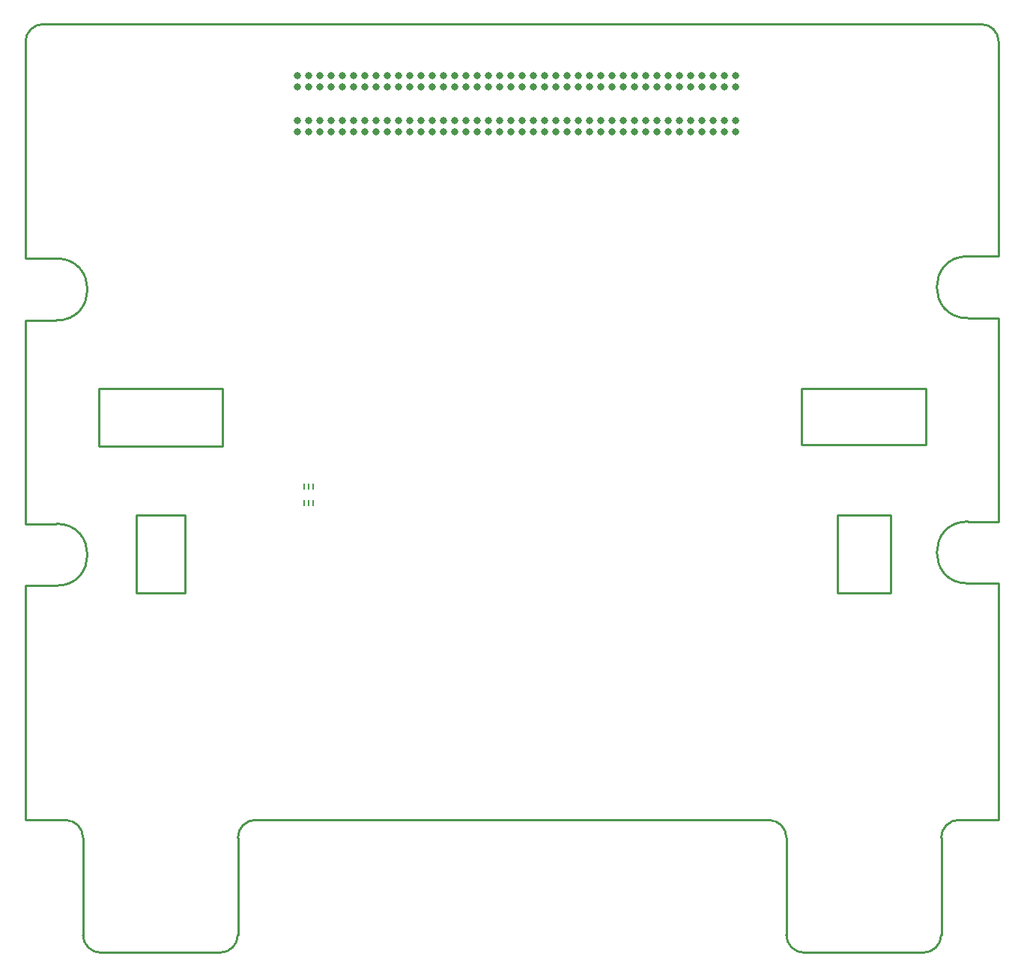
<source format=gbp>
*
*
G04 PADS 9.5 Build Number: 522968 generated Gerber (RS-274-X) file*
G04 PC Version=2.1*
*
%IN "fakeSCROD.pcb"*%
*
%MOIN*%
*
%FSLAX35Y35*%
*
*
*
*
G04 PC Standard Apertures*
*
*
G04 Thermal Relief Aperture macro.*
%AMTER*
1,1,$1,0,0*
1,0,$1-$2,0,0*
21,0,$3,$4,0,0,45*
21,0,$3,$4,0,0,135*
%
*
*
G04 Annular Aperture macro.*
%AMANN*
1,1,$1,0,0*
1,0,$2,0,0*
%
*
*
G04 Odd Aperture macro.*
%AMODD*
1,1,$1,0,0*
1,0,$1-0.005,0,0*
%
*
*
G04 PC Custom Aperture Macros*
*
*
*
*
*
*
G04 PC Aperture Table*
*
%ADD010C,0.001*%
%ADD013C,0.01*%
%ADD265R,0.00984X0.02953*%
%ADD288C,0.032*%
*
*
*
*
G04 PC Circuitry*
G04 Layer Name fakeSCROD.pcb - circuitry*
%LPD*%
*
*
G04 PC Custom Flashes*
G04 Layer Name fakeSCROD.pcb - flashes*
%LPD*%
*
*
G04 PC Circuitry*
G04 Layer Name fakeSCROD.pcb - circuitry*
%LPD*%
*
G54D10*
G54D13*
G01X100000Y100000D02*
X117717D01*
X125591Y92126D02*
G75*
G03X117717Y100000I-7874J-0D01*
G01X125591Y92126D02*
Y48819D01*
G03X133465Y40945I7874J-0*
G01X186614*
G03X194488Y48819I0J7874*
G01Y92126*
X202362Y100000D02*
G03X194488Y92126I0J-7874D01*
G01X202362Y100000D02*
X430709D01*
X438583Y92126D02*
G03X430709Y100000I-7874J-0D01*
G01X438583Y92126D02*
Y48819D01*
G03X446457Y40945I7874J-0*
G01X499606*
G03X507480Y48819I0J7874*
G01Y92126*
X515354Y100000D02*
G03X507480Y92126I0J-7874D01*
G01X515354Y100000D02*
X533071D01*
Y205315*
X519291*
Y232874D02*
G03Y205315I0J-13780D01*
G01Y232874D02*
X533071D01*
Y323425*
X519291*
Y350984D02*
G03Y323425I0J-13779D01*
G01Y350984D02*
X533071D01*
Y446457*
G03X525197Y454331I-7874J-0*
G01X107874*
G03X100000Y446457I0J-7874*
G01Y350000*
X113780*
Y322441D02*
G03Y350000I-0J13779D01*
G01Y322441D02*
X100000D01*
Y231890*
X113780*
Y204331D02*
G03Y231890I-0J13779D01*
G01Y204331D02*
X100000D01*
Y100000*
X149213Y235827D02*
X170866D01*
Y201181*
X149213*
Y235827*
X461220D02*
X484843D01*
Y201181*
X461220*
Y235827*
X132480Y291929D02*
X187598D01*
Y266339*
X132480*
Y291929*
X445472Y266929D02*
X500591D01*
Y291929*
X445472*
Y266929*
G54D265*
X224016Y248327D03*
X225984D03*
X227953D03*
Y241043D03*
X225984D03*
X224016D03*
G54D288*
X416004Y431398D03*
X411004D03*
X406004D03*
X401004D03*
X396004D03*
X391004D03*
X386004D03*
X381004D03*
X376004D03*
X371004D03*
X366004D03*
X361004D03*
X356004D03*
X351004D03*
X346004D03*
X341004D03*
X336004D03*
X331004D03*
X326004D03*
X321004D03*
X316004D03*
X311004D03*
X306004D03*
X301004D03*
X296004D03*
X291004D03*
X286004D03*
X281004D03*
X276004D03*
X271004D03*
X266004D03*
X261004D03*
X256004D03*
X251004D03*
X246004D03*
X241004D03*
X236004D03*
X231004D03*
X226004D03*
X221004D03*
X416004Y426398D03*
X411004D03*
X406004D03*
X401004D03*
X396004D03*
X391004D03*
X386004D03*
X381004D03*
X376004D03*
X371004D03*
X366004D03*
X361004D03*
X356004D03*
X351004D03*
X346004D03*
X341004D03*
X336004D03*
X331004D03*
X326004D03*
X321004D03*
X316004D03*
X311004D03*
X306004D03*
X301004D03*
X296004D03*
X291004D03*
X286004D03*
X281004D03*
X276004D03*
X271004D03*
X266004D03*
X261004D03*
X256004D03*
X251004D03*
X246004D03*
X241004D03*
X236004D03*
X231004D03*
X226004D03*
X221004D03*
X416004Y411398D03*
X411004D03*
X406004D03*
X401004D03*
X396004D03*
X391004D03*
X386004D03*
X381004D03*
X376004D03*
X371004D03*
X366004D03*
X361004D03*
X356004D03*
X351004D03*
X346004D03*
X341004D03*
X336004D03*
X331004D03*
X326004D03*
X321004D03*
X316004D03*
X311004D03*
X306004D03*
X301004D03*
X296004D03*
X291004D03*
X286004D03*
X281004D03*
X276004D03*
X271004D03*
X266004D03*
X261004D03*
X256004D03*
X251004D03*
X246004D03*
X241004D03*
X236004D03*
X231004D03*
X226004D03*
X221004D03*
X416004Y406398D03*
X411004D03*
X406004D03*
X401004D03*
X396004D03*
X391004D03*
X386004D03*
X381004D03*
X376004D03*
X371004D03*
X366004D03*
X361004D03*
X356004D03*
X351004D03*
X346004D03*
X341004D03*
X336004D03*
X331004D03*
X326004D03*
X321004D03*
X316004D03*
X311004D03*
X306004D03*
X301004D03*
X296004D03*
X291004D03*
X286004D03*
X281004D03*
X276004D03*
X271004D03*
X266004D03*
X261004D03*
X256004D03*
X251004D03*
X246004D03*
X241004D03*
X236004D03*
X231004D03*
X226004D03*
X221004D03*
G74*
X0Y0D02*
M02*

</source>
